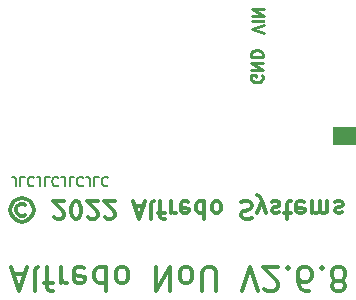
<source format=gbr>
%TF.GenerationSoftware,KiCad,Pcbnew,(6.0.5)*%
%TF.CreationDate,2022-06-06T15:53:17-04:00*%
%TF.ProjectId,NoU2,4e6f5532-2e6b-4696-9361-645f70636258,rev?*%
%TF.SameCoordinates,Original*%
%TF.FileFunction,Legend,Bot*%
%TF.FilePolarity,Positive*%
%FSLAX46Y46*%
G04 Gerber Fmt 4.6, Leading zero omitted, Abs format (unit mm)*
G04 Created by KiCad (PCBNEW (6.0.5)) date 2022-06-06 15:53:17*
%MOMM*%
%LPD*%
G01*
G04 APERTURE LIST*
G04 Aperture macros list*
%AMRoundRect*
0 Rectangle with rounded corners*
0 $1 Rounding radius*
0 $2 $3 $4 $5 $6 $7 $8 $9 X,Y pos of 4 corners*
0 Add a 4 corners polygon primitive as box body*
4,1,4,$2,$3,$4,$5,$6,$7,$8,$9,$2,$3,0*
0 Add four circle primitives for the rounded corners*
1,1,$1+$1,$2,$3*
1,1,$1+$1,$4,$5*
1,1,$1+$1,$6,$7*
1,1,$1+$1,$8,$9*
0 Add four rect primitives between the rounded corners*
20,1,$1+$1,$2,$3,$4,$5,0*
20,1,$1+$1,$4,$5,$6,$7,0*
20,1,$1+$1,$6,$7,$8,$9,0*
20,1,$1+$1,$8,$9,$2,$3,0*%
G04 Aperture macros list end*
%ADD10C,0.254000*%
%ADD11C,0.203200*%
%ADD12C,0.350000*%
%ADD13C,0.300000*%
%ADD14RoundRect,1.000000X0.000000X0.800000X0.000000X0.800000X0.000000X-0.800000X0.000000X-0.800000X0*%
%ADD15RoundRect,1.000000X0.800000X0.000000X-0.800000X0.000000X-0.800000X0.000000X0.800000X0.000000X0*%
%ADD16C,1.700000*%
%ADD17O,1.700000X1.700000*%
%ADD18C,2.500000*%
%ADD19C,3.200000*%
%ADD20C,2.032000*%
G04 APERTURE END LIST*
D10*
X122123400Y-141566495D02*
X122171780Y-141663257D01*
X122171780Y-141808400D01*
X122123400Y-141953542D01*
X122026638Y-142050304D01*
X121929876Y-142098685D01*
X121736352Y-142147066D01*
X121591209Y-142147066D01*
X121397685Y-142098685D01*
X121300923Y-142050304D01*
X121204161Y-141953542D01*
X121155780Y-141808400D01*
X121155780Y-141711638D01*
X121204161Y-141566495D01*
X121252542Y-141518114D01*
X121591209Y-141518114D01*
X121591209Y-141711638D01*
X121155780Y-141082685D02*
X122171780Y-141082685D01*
X121155780Y-140502114D01*
X122171780Y-140502114D01*
X121155780Y-140018304D02*
X122171780Y-140018304D01*
X122171780Y-139776400D01*
X122123400Y-139631257D01*
X122026638Y-139534495D01*
X121929876Y-139486114D01*
X121736352Y-139437733D01*
X121591209Y-139437733D01*
X121397685Y-139486114D01*
X121300923Y-139534495D01*
X121204161Y-139631257D01*
X121155780Y-139776400D01*
X121155780Y-140018304D01*
X122222580Y-137993561D02*
X121206580Y-137654895D01*
X122222580Y-137316228D01*
X121206580Y-136977561D02*
X122222580Y-136977561D01*
X121206580Y-136493752D02*
X122222580Y-136493752D01*
X121206580Y-135913180D01*
X122222580Y-135913180D01*
D11*
X101245638Y-150945104D02*
X101245638Y-150364533D01*
X101206933Y-150248419D01*
X101129523Y-150171009D01*
X101013409Y-150132304D01*
X100936000Y-150132304D01*
X102019733Y-150132304D02*
X101632685Y-150132304D01*
X101632685Y-150945104D01*
X102755123Y-150209714D02*
X102716419Y-150171009D01*
X102600304Y-150132304D01*
X102522895Y-150132304D01*
X102406780Y-150171009D01*
X102329371Y-150248419D01*
X102290666Y-150325828D01*
X102251961Y-150480647D01*
X102251961Y-150596761D01*
X102290666Y-150751580D01*
X102329371Y-150828990D01*
X102406780Y-150906400D01*
X102522895Y-150945104D01*
X102600304Y-150945104D01*
X102716419Y-150906400D01*
X102755123Y-150867695D01*
X103335695Y-150945104D02*
X103335695Y-150364533D01*
X103296990Y-150248419D01*
X103219580Y-150171009D01*
X103103466Y-150132304D01*
X103026057Y-150132304D01*
X104109790Y-150132304D02*
X103722742Y-150132304D01*
X103722742Y-150945104D01*
X104845180Y-150209714D02*
X104806476Y-150171009D01*
X104690361Y-150132304D01*
X104612952Y-150132304D01*
X104496838Y-150171009D01*
X104419428Y-150248419D01*
X104380723Y-150325828D01*
X104342019Y-150480647D01*
X104342019Y-150596761D01*
X104380723Y-150751580D01*
X104419428Y-150828990D01*
X104496838Y-150906400D01*
X104612952Y-150945104D01*
X104690361Y-150945104D01*
X104806476Y-150906400D01*
X104845180Y-150867695D01*
X105425752Y-150945104D02*
X105425752Y-150364533D01*
X105387047Y-150248419D01*
X105309638Y-150171009D01*
X105193523Y-150132304D01*
X105116114Y-150132304D01*
X106199847Y-150132304D02*
X105812800Y-150132304D01*
X105812800Y-150945104D01*
X106935238Y-150209714D02*
X106896533Y-150171009D01*
X106780419Y-150132304D01*
X106703009Y-150132304D01*
X106586895Y-150171009D01*
X106509485Y-150248419D01*
X106470780Y-150325828D01*
X106432076Y-150480647D01*
X106432076Y-150596761D01*
X106470780Y-150751580D01*
X106509485Y-150828990D01*
X106586895Y-150906400D01*
X106703009Y-150945104D01*
X106780419Y-150945104D01*
X106896533Y-150906400D01*
X106935238Y-150867695D01*
X107515809Y-150945104D02*
X107515809Y-150364533D01*
X107477104Y-150248419D01*
X107399695Y-150171009D01*
X107283580Y-150132304D01*
X107206171Y-150132304D01*
X108289904Y-150132304D02*
X107902857Y-150132304D01*
X107902857Y-150945104D01*
X109025295Y-150209714D02*
X108986590Y-150171009D01*
X108870476Y-150132304D01*
X108793066Y-150132304D01*
X108676952Y-150171009D01*
X108599542Y-150248419D01*
X108560838Y-150325828D01*
X108522133Y-150480647D01*
X108522133Y-150596761D01*
X108560838Y-150751580D01*
X108599542Y-150828990D01*
X108676952Y-150906400D01*
X108793066Y-150945104D01*
X108870476Y-150945104D01*
X108986590Y-150906400D01*
X109025295Y-150867695D01*
D12*
X101052380Y-158366666D02*
X102004761Y-158366666D01*
X100861904Y-157795238D02*
X101528571Y-159795238D01*
X102195238Y-157795238D01*
X103147619Y-157795238D02*
X102957142Y-157890476D01*
X102861904Y-158080952D01*
X102861904Y-159795238D01*
X103623809Y-159128571D02*
X104385714Y-159128571D01*
X103909523Y-157795238D02*
X103909523Y-159509523D01*
X104004761Y-159700000D01*
X104195238Y-159795238D01*
X104385714Y-159795238D01*
X105052380Y-157795238D02*
X105052380Y-159128571D01*
X105052380Y-158747619D02*
X105147619Y-158938095D01*
X105242857Y-159033333D01*
X105433333Y-159128571D01*
X105623809Y-159128571D01*
X107052380Y-157890476D02*
X106861904Y-157795238D01*
X106480952Y-157795238D01*
X106290476Y-157890476D01*
X106195238Y-158080952D01*
X106195238Y-158842857D01*
X106290476Y-159033333D01*
X106480952Y-159128571D01*
X106861904Y-159128571D01*
X107052380Y-159033333D01*
X107147619Y-158842857D01*
X107147619Y-158652380D01*
X106195238Y-158461904D01*
X108861904Y-157795238D02*
X108861904Y-159795238D01*
X108861904Y-157890476D02*
X108671428Y-157795238D01*
X108290476Y-157795238D01*
X108100000Y-157890476D01*
X108004761Y-157985714D01*
X107909523Y-158176190D01*
X107909523Y-158747619D01*
X108004761Y-158938095D01*
X108100000Y-159033333D01*
X108290476Y-159128571D01*
X108671428Y-159128571D01*
X108861904Y-159033333D01*
X110100000Y-157795238D02*
X109909523Y-157890476D01*
X109814285Y-157985714D01*
X109719047Y-158176190D01*
X109719047Y-158747619D01*
X109814285Y-158938095D01*
X109909523Y-159033333D01*
X110100000Y-159128571D01*
X110385714Y-159128571D01*
X110576190Y-159033333D01*
X110671428Y-158938095D01*
X110766666Y-158747619D01*
X110766666Y-158176190D01*
X110671428Y-157985714D01*
X110576190Y-157890476D01*
X110385714Y-157795238D01*
X110100000Y-157795238D01*
X113147619Y-157795238D02*
X113147619Y-159795238D01*
X114290476Y-157795238D01*
X114290476Y-159795238D01*
X115528571Y-157795238D02*
X115338095Y-157890476D01*
X115242857Y-157985714D01*
X115147619Y-158176190D01*
X115147619Y-158747619D01*
X115242857Y-158938095D01*
X115338095Y-159033333D01*
X115528571Y-159128571D01*
X115814285Y-159128571D01*
X116004761Y-159033333D01*
X116100000Y-158938095D01*
X116195238Y-158747619D01*
X116195238Y-158176190D01*
X116100000Y-157985714D01*
X116004761Y-157890476D01*
X115814285Y-157795238D01*
X115528571Y-157795238D01*
X117052380Y-159795238D02*
X117052380Y-158176190D01*
X117147619Y-157985714D01*
X117242857Y-157890476D01*
X117433333Y-157795238D01*
X117814285Y-157795238D01*
X118004761Y-157890476D01*
X118100000Y-157985714D01*
X118195238Y-158176190D01*
X118195238Y-159795238D01*
X120385714Y-159795238D02*
X121052380Y-157795238D01*
X121719047Y-159795238D01*
X122290476Y-159604761D02*
X122385714Y-159700000D01*
X122576190Y-159795238D01*
X123052380Y-159795238D01*
X123242857Y-159700000D01*
X123338095Y-159604761D01*
X123433333Y-159414285D01*
X123433333Y-159223809D01*
X123338095Y-158938095D01*
X122195238Y-157795238D01*
X123433333Y-157795238D01*
X124290476Y-157985714D02*
X124385714Y-157890476D01*
X124290476Y-157795238D01*
X124195238Y-157890476D01*
X124290476Y-157985714D01*
X124290476Y-157795238D01*
X126100000Y-159795238D02*
X125719047Y-159795238D01*
X125528571Y-159700000D01*
X125433333Y-159604761D01*
X125242857Y-159319047D01*
X125147619Y-158938095D01*
X125147619Y-158176190D01*
X125242857Y-157985714D01*
X125338095Y-157890476D01*
X125528571Y-157795238D01*
X125909523Y-157795238D01*
X126100000Y-157890476D01*
X126195238Y-157985714D01*
X126290476Y-158176190D01*
X126290476Y-158652380D01*
X126195238Y-158842857D01*
X126100000Y-158938095D01*
X125909523Y-159033333D01*
X125528571Y-159033333D01*
X125338095Y-158938095D01*
X125242857Y-158842857D01*
X125147619Y-158652380D01*
X127147619Y-157985714D02*
X127242857Y-157890476D01*
X127147619Y-157795238D01*
X127052380Y-157890476D01*
X127147619Y-157985714D01*
X127147619Y-157795238D01*
X128385714Y-158938095D02*
X128195238Y-159033333D01*
X128100000Y-159128571D01*
X128004761Y-159319047D01*
X128004761Y-159414285D01*
X128100000Y-159604761D01*
X128195238Y-159700000D01*
X128385714Y-159795238D01*
X128766666Y-159795238D01*
X128957142Y-159700000D01*
X129052380Y-159604761D01*
X129147619Y-159414285D01*
X129147619Y-159319047D01*
X129052380Y-159128571D01*
X128957142Y-159033333D01*
X128766666Y-158938095D01*
X128385714Y-158938095D01*
X128195238Y-158842857D01*
X128100000Y-158747619D01*
X128004761Y-158557142D01*
X128004761Y-158176190D01*
X128100000Y-157985714D01*
X128195238Y-157890476D01*
X128385714Y-157795238D01*
X128766666Y-157795238D01*
X128957142Y-157890476D01*
X129052380Y-157985714D01*
X129147619Y-158176190D01*
X129147619Y-158557142D01*
X129052380Y-158747619D01*
X128957142Y-158842857D01*
X128766666Y-158938095D01*
D13*
X102064285Y-153364285D02*
X101921428Y-153435714D01*
X101635714Y-153435714D01*
X101492857Y-153364285D01*
X101350000Y-153221428D01*
X101278571Y-153078571D01*
X101278571Y-152792857D01*
X101350000Y-152650000D01*
X101492857Y-152507142D01*
X101635714Y-152435714D01*
X101921428Y-152435714D01*
X102064285Y-152507142D01*
X101778571Y-153935714D02*
X101421428Y-153864285D01*
X101064285Y-153650000D01*
X100850000Y-153292857D01*
X100778571Y-152935714D01*
X100850000Y-152578571D01*
X101064285Y-152221428D01*
X101421428Y-152007142D01*
X101778571Y-151935714D01*
X102135714Y-152007142D01*
X102492857Y-152221428D01*
X102707142Y-152578571D01*
X102778571Y-152935714D01*
X102707142Y-153292857D01*
X102492857Y-153650000D01*
X102135714Y-153864285D01*
X101778571Y-153935714D01*
X104492857Y-153578571D02*
X104564285Y-153650000D01*
X104707142Y-153721428D01*
X105064285Y-153721428D01*
X105207142Y-153650000D01*
X105278571Y-153578571D01*
X105350000Y-153435714D01*
X105350000Y-153292857D01*
X105278571Y-153078571D01*
X104421428Y-152221428D01*
X105350000Y-152221428D01*
X106278571Y-153721428D02*
X106421428Y-153721428D01*
X106564285Y-153650000D01*
X106635714Y-153578571D01*
X106707142Y-153435714D01*
X106778571Y-153150000D01*
X106778571Y-152792857D01*
X106707142Y-152507142D01*
X106635714Y-152364285D01*
X106564285Y-152292857D01*
X106421428Y-152221428D01*
X106278571Y-152221428D01*
X106135714Y-152292857D01*
X106064285Y-152364285D01*
X105992857Y-152507142D01*
X105921428Y-152792857D01*
X105921428Y-153150000D01*
X105992857Y-153435714D01*
X106064285Y-153578571D01*
X106135714Y-153650000D01*
X106278571Y-153721428D01*
X107350000Y-153578571D02*
X107421428Y-153650000D01*
X107564285Y-153721428D01*
X107921428Y-153721428D01*
X108064285Y-153650000D01*
X108135714Y-153578571D01*
X108207142Y-153435714D01*
X108207142Y-153292857D01*
X108135714Y-153078571D01*
X107278571Y-152221428D01*
X108207142Y-152221428D01*
X108778571Y-153578571D02*
X108850000Y-153650000D01*
X108992857Y-153721428D01*
X109350000Y-153721428D01*
X109492857Y-153650000D01*
X109564285Y-153578571D01*
X109635714Y-153435714D01*
X109635714Y-153292857D01*
X109564285Y-153078571D01*
X108707142Y-152221428D01*
X109635714Y-152221428D01*
X111350000Y-152650000D02*
X112064285Y-152650000D01*
X111207142Y-152221428D02*
X111707142Y-153721428D01*
X112207142Y-152221428D01*
X112921428Y-152221428D02*
X112778571Y-152292857D01*
X112707142Y-152435714D01*
X112707142Y-153721428D01*
X113278571Y-153221428D02*
X113850000Y-153221428D01*
X113492857Y-152221428D02*
X113492857Y-153507142D01*
X113564285Y-153650000D01*
X113707142Y-153721428D01*
X113850000Y-153721428D01*
X114350000Y-152221428D02*
X114350000Y-153221428D01*
X114350000Y-152935714D02*
X114421428Y-153078571D01*
X114492857Y-153150000D01*
X114635714Y-153221428D01*
X114778571Y-153221428D01*
X115850000Y-152292857D02*
X115707142Y-152221428D01*
X115421428Y-152221428D01*
X115278571Y-152292857D01*
X115207142Y-152435714D01*
X115207142Y-153007142D01*
X115278571Y-153150000D01*
X115421428Y-153221428D01*
X115707142Y-153221428D01*
X115850000Y-153150000D01*
X115921428Y-153007142D01*
X115921428Y-152864285D01*
X115207142Y-152721428D01*
X117207142Y-152221428D02*
X117207142Y-153721428D01*
X117207142Y-152292857D02*
X117064285Y-152221428D01*
X116778571Y-152221428D01*
X116635714Y-152292857D01*
X116564285Y-152364285D01*
X116492857Y-152507142D01*
X116492857Y-152935714D01*
X116564285Y-153078571D01*
X116635714Y-153150000D01*
X116778571Y-153221428D01*
X117064285Y-153221428D01*
X117207142Y-153150000D01*
X118135714Y-152221428D02*
X117992857Y-152292857D01*
X117921428Y-152364285D01*
X117850000Y-152507142D01*
X117850000Y-152935714D01*
X117921428Y-153078571D01*
X117992857Y-153150000D01*
X118135714Y-153221428D01*
X118350000Y-153221428D01*
X118492857Y-153150000D01*
X118564285Y-153078571D01*
X118635714Y-152935714D01*
X118635714Y-152507142D01*
X118564285Y-152364285D01*
X118492857Y-152292857D01*
X118350000Y-152221428D01*
X118135714Y-152221428D01*
X120350000Y-152292857D02*
X120564285Y-152221428D01*
X120921428Y-152221428D01*
X121064285Y-152292857D01*
X121135714Y-152364285D01*
X121207142Y-152507142D01*
X121207142Y-152650000D01*
X121135714Y-152792857D01*
X121064285Y-152864285D01*
X120921428Y-152935714D01*
X120635714Y-153007142D01*
X120492857Y-153078571D01*
X120421428Y-153150000D01*
X120350000Y-153292857D01*
X120350000Y-153435714D01*
X120421428Y-153578571D01*
X120492857Y-153650000D01*
X120635714Y-153721428D01*
X120992857Y-153721428D01*
X121207142Y-153650000D01*
X121707142Y-153221428D02*
X122064285Y-152221428D01*
X122421428Y-153221428D02*
X122064285Y-152221428D01*
X121921428Y-151864285D01*
X121850000Y-151792857D01*
X121707142Y-151721428D01*
X122921428Y-152292857D02*
X123064285Y-152221428D01*
X123350000Y-152221428D01*
X123492857Y-152292857D01*
X123564285Y-152435714D01*
X123564285Y-152507142D01*
X123492857Y-152650000D01*
X123350000Y-152721428D01*
X123135714Y-152721428D01*
X122992857Y-152792857D01*
X122921428Y-152935714D01*
X122921428Y-153007142D01*
X122992857Y-153150000D01*
X123135714Y-153221428D01*
X123350000Y-153221428D01*
X123492857Y-153150000D01*
X123992857Y-153221428D02*
X124564285Y-153221428D01*
X124207142Y-153721428D02*
X124207142Y-152435714D01*
X124278571Y-152292857D01*
X124421428Y-152221428D01*
X124564285Y-152221428D01*
X125635714Y-152292857D02*
X125492857Y-152221428D01*
X125207142Y-152221428D01*
X125064285Y-152292857D01*
X124992857Y-152435714D01*
X124992857Y-153007142D01*
X125064285Y-153150000D01*
X125207142Y-153221428D01*
X125492857Y-153221428D01*
X125635714Y-153150000D01*
X125707142Y-153007142D01*
X125707142Y-152864285D01*
X124992857Y-152721428D01*
X126350000Y-152221428D02*
X126350000Y-153221428D01*
X126350000Y-153078571D02*
X126421428Y-153150000D01*
X126564285Y-153221428D01*
X126778571Y-153221428D01*
X126921428Y-153150000D01*
X126992857Y-153007142D01*
X126992857Y-152221428D01*
X126992857Y-153007142D02*
X127064285Y-153150000D01*
X127207142Y-153221428D01*
X127421428Y-153221428D01*
X127564285Y-153150000D01*
X127635714Y-153007142D01*
X127635714Y-152221428D01*
X128278571Y-152292857D02*
X128421428Y-152221428D01*
X128707142Y-152221428D01*
X128850000Y-152292857D01*
X128921428Y-152435714D01*
X128921428Y-152507142D01*
X128850000Y-152650000D01*
X128707142Y-152721428D01*
X128492857Y-152721428D01*
X128350000Y-152792857D01*
X128278571Y-152935714D01*
X128278571Y-153007142D01*
X128350000Y-153150000D01*
X128492857Y-153221428D01*
X128707142Y-153221428D01*
X128850000Y-153150000D01*
%LPC*%
D14*
%TO.C,J9*%
X129083000Y-146700000D03*
X135083000Y-146700000D03*
D15*
X131583000Y-141950000D03*
%TD*%
D16*
%TO.C,J1*%
X132258000Y-104064000D03*
D17*
X132258000Y-106604000D03*
X132258000Y-109144000D03*
X132258000Y-111684000D03*
X132258000Y-114224000D03*
X132258000Y-116764000D03*
%TD*%
D16*
%TO.C,J2*%
X132283400Y-121844000D03*
D17*
X132283400Y-124384000D03*
X132283400Y-126924000D03*
X132283400Y-129464000D03*
%TD*%
D16*
%TO.C,J3*%
X137338000Y-109144000D03*
D17*
X137338000Y-111684000D03*
X137338000Y-114224000D03*
X137338000Y-116764000D03*
%TD*%
D16*
%TO.C,J4*%
X105588000Y-111684000D03*
D17*
X105588000Y-114224000D03*
X105588000Y-116764000D03*
X105588000Y-119304000D03*
X105588000Y-121844000D03*
X105588000Y-124384000D03*
%TD*%
D18*
%TO.C,J7*%
X123114000Y-155880000D03*
X128194000Y-155880000D03*
X133274000Y-155880000D03*
X138354000Y-155880000D03*
%TD*%
%TO.C,J6*%
X102794000Y-155880000D03*
X107874000Y-155880000D03*
X112954000Y-155880000D03*
X118034000Y-155880000D03*
%TD*%
D16*
%TO.C,J10*%
X101778000Y-106604000D03*
D17*
X101778000Y-109144000D03*
X101778000Y-111684000D03*
X101778000Y-114224000D03*
X101778000Y-116764000D03*
X101778000Y-119304000D03*
X101778000Y-121844000D03*
X101778000Y-124384000D03*
X101778000Y-126924000D03*
X101778000Y-129464000D03*
X101778000Y-132004000D03*
X101778000Y-134544000D03*
X101778000Y-137084000D03*
X101778000Y-139624000D03*
X101778000Y-142164000D03*
%TD*%
D16*
%TO.C,J11*%
X127178000Y-106600000D03*
D17*
X127178000Y-109140000D03*
X127178000Y-111680000D03*
X127178000Y-114220000D03*
X127178000Y-116760000D03*
X127178000Y-119300000D03*
X127178000Y-121840000D03*
X127178000Y-124380000D03*
X127178000Y-126920000D03*
X127178000Y-129460000D03*
X127178000Y-132000000D03*
X127178000Y-134540000D03*
X127178000Y-137080000D03*
X127178000Y-139620000D03*
X127178000Y-142160000D03*
%TD*%
D16*
%TO.C,U8*%
X137363400Y-134544000D03*
D17*
X137363400Y-137084000D03*
X137363400Y-139624000D03*
%TD*%
D16*
%TO.C,J5*%
X137363400Y-121844000D03*
D17*
X137363400Y-124384000D03*
X137363400Y-126924000D03*
X137363400Y-129464000D03*
%TD*%
D16*
%TO.C,J12*%
X134823400Y-121844000D03*
D17*
X134823400Y-124384000D03*
X134823400Y-126924000D03*
X134823400Y-129464000D03*
%TD*%
D19*
%TO.C,REF\u002A\u002A*%
X103500000Y-147000000D03*
%TD*%
%TO.C,REF\u002A\u002A*%
X137500000Y-103500000D03*
%TD*%
D18*
%TO.C,J8*%
X122225000Y-105207000D03*
X117145000Y-105207000D03*
X112065000Y-105207000D03*
X106985000Y-105207000D03*
%TD*%
D20*
%TO.C,J13*%
X123342600Y-140792400D03*
%TD*%
%TO.C,J14*%
X123342600Y-136880800D03*
%TD*%
D19*
%TO.C,REF\u002A\u002A*%
X110000000Y-114000000D03*
%TD*%
M02*

</source>
